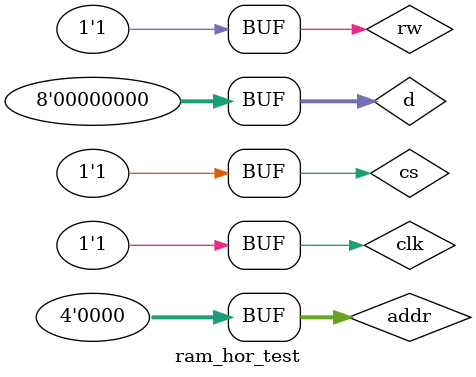
<source format=v>
`timescale 1ns / 1ps



module ram_hor_test;

	reg [7:0] d;
	reg [3:0] addr;
	reg cs;
	reg rw;
	reg clk;

	wire [7:0] o;

	ram_hor uut (
		.d(d), 
		.o(o), 
		.addr(addr), 
		.cs(cs),
		.clk(clk),
		.rw(rw)
	);

	initial begin

	clk = 0;
		#10;
		d = 8'b111111111;
		addr = 4'b1111;
		rw = 0;
		cs = 1;
 		clk = 1;
		#10;
		
		clk = 0;
		#10;
		d = 8'b000000000;
		addr = 4'b0000;
		rw = 0;
		cs = 1;
 		clk = 1;
		#10;
		
		clk = 0;
		#10;
		addr = 4'b1111;
		rw = 1;
		cs = 1;
 		clk = 1;
		#10;
		
		clk = 0;
		#10;
		addr = 4'b0000;
		rw = 1;
		cs = 1;
 		clk = 1;
		#10;
	end
      
endmodule


</source>
